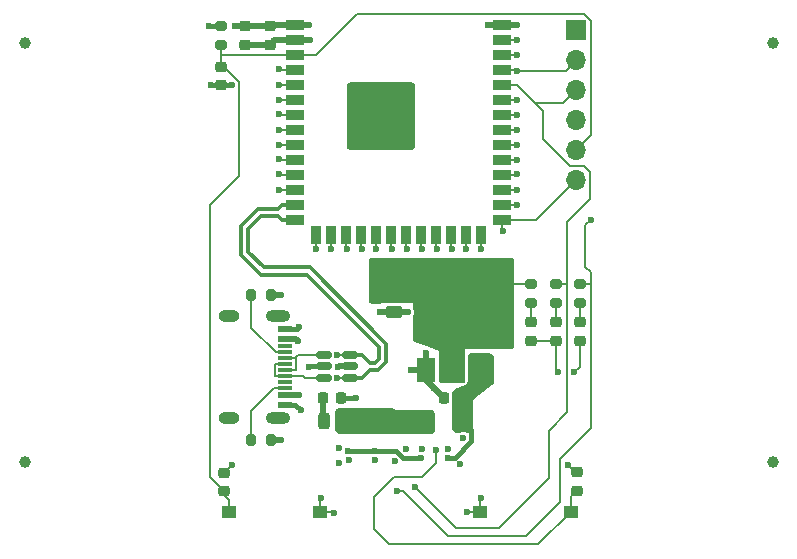
<source format=gbr>
%TF.GenerationSoftware,KiCad,Pcbnew,7.0.5-7.0.5~ubuntu23.04.1*%
%TF.CreationDate,2023-06-30T21:45:36+02:00*%
%TF.ProjectId,ESP32_UniBoard_panelized,45535033-325f-4556-9e69-426f6172645f,rev?*%
%TF.SameCoordinates,Original*%
%TF.FileFunction,Copper,L1,Top*%
%TF.FilePolarity,Positive*%
%FSLAX46Y46*%
G04 Gerber Fmt 4.6, Leading zero omitted, Abs format (unit mm)*
G04 Created by KiCad (PCBNEW 7.0.5-7.0.5~ubuntu23.04.1) date 2023-06-30 21:45:36*
%MOMM*%
%LPD*%
G01*
G04 APERTURE LIST*
G04 Aperture macros list*
%AMRoundRect*
0 Rectangle with rounded corners*
0 $1 Rounding radius*
0 $2 $3 $4 $5 $6 $7 $8 $9 X,Y pos of 4 corners*
0 Add a 4 corners polygon primitive as box body*
4,1,4,$2,$3,$4,$5,$6,$7,$8,$9,$2,$3,0*
0 Add four circle primitives for the rounded corners*
1,1,$1+$1,$2,$3*
1,1,$1+$1,$4,$5*
1,1,$1+$1,$6,$7*
1,1,$1+$1,$8,$9*
0 Add four rect primitives between the rounded corners*
20,1,$1+$1,$2,$3,$4,$5,0*
20,1,$1+$1,$4,$5,$6,$7,0*
20,1,$1+$1,$6,$7,$8,$9,0*
20,1,$1+$1,$8,$9,$2,$3,0*%
G04 Aperture macros list end*
%TA.AperFunction,SMDPad,CuDef*%
%ADD10C,1.000000*%
%TD*%
%TA.AperFunction,SMDPad,CuDef*%
%ADD11R,1.250000X1.000000*%
%TD*%
%TA.AperFunction,SMDPad,CuDef*%
%ADD12RoundRect,0.225000X-0.250000X0.225000X-0.250000X-0.225000X0.250000X-0.225000X0.250000X0.225000X0*%
%TD*%
%TA.AperFunction,SMDPad,CuDef*%
%ADD13RoundRect,0.200000X-0.275000X0.200000X-0.275000X-0.200000X0.275000X-0.200000X0.275000X0.200000X0*%
%TD*%
%TA.AperFunction,SMDPad,CuDef*%
%ADD14RoundRect,0.218750X0.256250X-0.218750X0.256250X0.218750X-0.256250X0.218750X-0.256250X-0.218750X0*%
%TD*%
%TA.AperFunction,ComponentPad*%
%ADD15R,1.700000X1.700000*%
%TD*%
%TA.AperFunction,ComponentPad*%
%ADD16O,1.700000X1.700000*%
%TD*%
%TA.AperFunction,SMDPad,CuDef*%
%ADD17R,1.500000X0.900000*%
%TD*%
%TA.AperFunction,SMDPad,CuDef*%
%ADD18R,0.900000X1.500000*%
%TD*%
%TA.AperFunction,SMDPad,CuDef*%
%ADD19R,0.900000X0.900000*%
%TD*%
%TA.AperFunction,SMDPad,CuDef*%
%ADD20RoundRect,0.243750X-0.243750X-0.456250X0.243750X-0.456250X0.243750X0.456250X-0.243750X0.456250X0*%
%TD*%
%TA.AperFunction,SMDPad,CuDef*%
%ADD21RoundRect,0.200000X-0.200000X-0.275000X0.200000X-0.275000X0.200000X0.275000X-0.200000X0.275000X0*%
%TD*%
%TA.AperFunction,SMDPad,CuDef*%
%ADD22RoundRect,0.225000X0.250000X-0.225000X0.250000X0.225000X-0.250000X0.225000X-0.250000X-0.225000X0*%
%TD*%
%TA.AperFunction,SMDPad,CuDef*%
%ADD23RoundRect,0.225000X0.225000X0.250000X-0.225000X0.250000X-0.225000X-0.250000X0.225000X-0.250000X0*%
%TD*%
%TA.AperFunction,SMDPad,CuDef*%
%ADD24R,1.240000X0.600000*%
%TD*%
%TA.AperFunction,SMDPad,CuDef*%
%ADD25R,1.240000X0.300000*%
%TD*%
%TA.AperFunction,ComponentPad*%
%ADD26O,2.100000X1.000000*%
%TD*%
%TA.AperFunction,ComponentPad*%
%ADD27O,1.800000X1.000000*%
%TD*%
%TA.AperFunction,SMDPad,CuDef*%
%ADD28RoundRect,0.150000X-0.512500X-0.150000X0.512500X-0.150000X0.512500X0.150000X-0.512500X0.150000X0*%
%TD*%
%TA.AperFunction,SMDPad,CuDef*%
%ADD29RoundRect,0.225000X-0.225000X-0.250000X0.225000X-0.250000X0.225000X0.250000X-0.225000X0.250000X0*%
%TD*%
%TA.AperFunction,SMDPad,CuDef*%
%ADD30R,1.500000X2.000000*%
%TD*%
%TA.AperFunction,SMDPad,CuDef*%
%ADD31R,3.800000X2.000000*%
%TD*%
%TA.AperFunction,SMDPad,CuDef*%
%ADD32RoundRect,0.225000X0.225000X0.375000X-0.225000X0.375000X-0.225000X-0.375000X0.225000X-0.375000X0*%
%TD*%
%TA.AperFunction,SMDPad,CuDef*%
%ADD33RoundRect,0.250000X-0.475000X0.250000X-0.475000X-0.250000X0.475000X-0.250000X0.475000X0.250000X0*%
%TD*%
%TA.AperFunction,ViaPad*%
%ADD34C,0.600000*%
%TD*%
%TA.AperFunction,Conductor*%
%ADD35C,0.200000*%
%TD*%
%TA.AperFunction,Conductor*%
%ADD36C,0.400000*%
%TD*%
%TA.AperFunction,Conductor*%
%ADD37C,0.500000*%
%TD*%
%TA.AperFunction,Conductor*%
%ADD38C,0.310000*%
%TD*%
G04 APERTURE END LIST*
D10*
%TO.P,REF\u002A\u002A,*%
%TO.N,*%
X152767300Y-89053200D03*
%TD*%
%TO.P,REF\u002A\u002A,*%
%TO.N,*%
X152767300Y-53553200D03*
%TD*%
%TO.P,REF\u002A\u002A,*%
%TO.N,*%
X89467300Y-89053200D03*
%TD*%
%TO.P,REF\u002A\u002A,*%
%TO.N,*%
X89467300Y-53553200D03*
%TD*%
D11*
%TO.P,SW1,1,1*%
%TO.N,GND*%
X114492300Y-93303200D03*
%TO.P,SW1,2,2*%
%TO.N,/EN*%
X106742300Y-93303200D03*
%TD*%
D12*
%TO.P,C2,1*%
%TO.N,GND*%
X106317300Y-89978200D03*
%TO.P,C2,2*%
%TO.N,/EN*%
X106317300Y-91528200D03*
%TD*%
%TO.P,C5,1*%
%TO.N,GND*%
X136192300Y-89928200D03*
%TO.P,C5,2*%
%TO.N,/BOOT*%
X136192300Y-91478200D03*
%TD*%
D11*
%TO.P,SW2,1,1*%
%TO.N,GND*%
X127967300Y-93253200D03*
%TO.P,SW2,2,2*%
%TO.N,/BOOT*%
X135717300Y-93253200D03*
%TD*%
D13*
%TO.P,R4,1*%
%TO.N,+3V3*%
X132320400Y-73962600D03*
%TO.P,R4,2*%
%TO.N,Net-(D2-A)*%
X132320400Y-75612600D03*
%TD*%
D14*
%TO.P,D2,1,K*%
%TO.N,GND*%
X132320400Y-78792500D03*
%TO.P,D2,2,A*%
%TO.N,Net-(D2-A)*%
X132320400Y-77217500D03*
%TD*%
%TO.P,D4,1,K*%
%TO.N,GND*%
X136423500Y-78792500D03*
%TO.P,D4,2,A*%
%TO.N,Net-(D4-A)*%
X136423500Y-77217500D03*
%TD*%
D13*
%TO.P,R6,1*%
%TO.N,/GPIO1*%
X136423500Y-73962600D03*
%TO.P,R6,2*%
%TO.N,Net-(D4-A)*%
X136423500Y-75612600D03*
%TD*%
D14*
%TO.P,D3,1,K*%
%TO.N,GND*%
X134391500Y-78792500D03*
%TO.P,D3,2,A*%
%TO.N,Net-(D3-A)*%
X134391500Y-77217500D03*
%TD*%
D13*
%TO.P,R5,1*%
%TO.N,/ESP_RX*%
X134391500Y-73962600D03*
%TO.P,R5,2*%
%TO.N,Net-(D3-A)*%
X134391500Y-75612600D03*
%TD*%
D15*
%TO.P,J2,1,Pin_1*%
%TO.N,GND*%
X136117300Y-52500000D03*
D16*
%TO.P,J2,2,Pin_2*%
%TO.N,/ESP_TX*%
X136117300Y-55040000D03*
%TO.P,J2,3,Pin_3*%
%TO.N,/ESP_RX*%
X136117300Y-57580000D03*
%TO.P,J2,4,Pin_4*%
%TO.N,+3V3*%
X136117300Y-60120000D03*
%TO.P,J2,5,Pin_5*%
%TO.N,/EN*%
X136117300Y-62660000D03*
%TO.P,J2,6,Pin_6*%
%TO.N,/BOOT*%
X136117300Y-65200000D03*
%TD*%
D17*
%TO.P,U1,1,GND*%
%TO.N,GND*%
X112367300Y-52043200D03*
%TO.P,U1,2,3V3*%
%TO.N,+3V3*%
X112367300Y-53313200D03*
%TO.P,U1,3,EN*%
%TO.N,/EN*%
X112367300Y-54583200D03*
%TO.P,U1,4,GPIO4/TOUCH4/ADC1_CH3*%
%TO.N,/GPIO4*%
X112367300Y-55853200D03*
%TO.P,U1,5,GPIO5/TOUCH5/ADC1_CH4*%
%TO.N,/GPIO5*%
X112367300Y-57123200D03*
%TO.P,U1,6,GPIO6/TOUCH6/ADC1_CH5*%
%TO.N,/GPIO6*%
X112367300Y-58393200D03*
%TO.P,U1,7,GPIO7/TOUCH7/ADC1_CH6*%
%TO.N,/GPIO7*%
X112367300Y-59663200D03*
%TO.P,U1,8,GPIO15/U0RTS/ADC2_CH4/XTAL_32K_P*%
%TO.N,/GPIO15*%
X112367300Y-60933200D03*
%TO.P,U1,9,GPIO16/U0CTS/ADC2_CH5/XTAL_32K_N*%
%TO.N,/GPIO16*%
X112367300Y-62203200D03*
%TO.P,U1,10,GPIO17/U1TXD/ADC2_CH6*%
%TO.N,/GPIO17*%
X112367300Y-63473200D03*
%TO.P,U1,11,GPIO18/U1RXD/ADC2_CH7/CLK_OUT3*%
%TO.N,/GPIO18*%
X112367300Y-64743200D03*
%TO.P,U1,12,GPIO8/TOUCH8/ADC1_CH7/SUBSPICS1*%
%TO.N,/GPIO8*%
X112367300Y-66013200D03*
%TO.P,U1,13,GPIO19/U1RTS/ADC2_CH8/CLK_OUT2/USB_D-*%
%TO.N,/DPr_N*%
X112367300Y-67283200D03*
%TO.P,U1,14,GPIO20/U1CTS/ADC2_CH9/CLK_OUT1/USB_D+*%
%TO.N,/DPr_P*%
X112367300Y-68553200D03*
D18*
%TO.P,U1,15,GPIO3/TOUCH3/ADC1_CH2*%
%TO.N,/GPIO3*%
X114132300Y-69803200D03*
%TO.P,U1,16,GPIO46*%
%TO.N,/GPIO46*%
X115402300Y-69803200D03*
%TO.P,U1,17,GPIO9/TOUCH9/ADC1_CH8/FSPIHD/SUBSPIHD*%
%TO.N,/GPIO9*%
X116672300Y-69803200D03*
%TO.P,U1,18,GPIO10/TOUCH10/ADC1_CH9/FSPICS0/FSPIIO4/SUBSPICS0*%
%TO.N,/GPIO10*%
X117942300Y-69803200D03*
%TO.P,U1,19,GPIO11/TOUCH11/ADC2_CH0/FSPID/FSPIIO5/SUBSPID*%
%TO.N,/GPIO11*%
X119212300Y-69803200D03*
%TO.P,U1,20,GPIO12/TOUCH12/ADC2_CH1/FSPICLK/FSPIIO6/SUBSPICLK*%
%TO.N,/GPIO12*%
X120482300Y-69803200D03*
%TO.P,U1,21,GPIO13/TOUCH13/ADC2_CH2/FSPIQ/FSPIIO7/SUBSPIQ*%
%TO.N,/GPIO13*%
X121752300Y-69803200D03*
%TO.P,U1,22,GPIO14/TOUCH14/ADC2_CH3/FSPIWP/FSPIDQS/SUBSPIWP*%
%TO.N,/GPIO14*%
X123022300Y-69803200D03*
%TO.P,U1,23,GPIO21*%
%TO.N,/GPIO21*%
X124292300Y-69803200D03*
%TO.P,U1,24,GPIO47/SPICLK_P/SUBSPICLK_P_DIFF*%
%TO.N,/GPIO47*%
X125562300Y-69803200D03*
%TO.P,U1,25,GPIO48/SPICLK_N/SUBSPICLK_N_DIFF*%
%TO.N,/GPIO48*%
X126832300Y-69803200D03*
%TO.P,U1,26,GPIO45*%
%TO.N,/GPIO45*%
X128102300Y-69803200D03*
D17*
%TO.P,U1,27,GPIO0/BOOT*%
%TO.N,/BOOT*%
X129867300Y-68553200D03*
%TO.P,U1,28,SPIIO6/GPIO35/FSPID/SUBSPID*%
%TO.N,/GPIO35*%
X129867300Y-67283200D03*
%TO.P,U1,29,SPIIO7/GPIO36/FSPICLK/SUBSPICLK*%
%TO.N,/GPIO36*%
X129867300Y-66013200D03*
%TO.P,U1,30,SPIDQS/GPIO37/FSPIQ/SUBSPIQ*%
%TO.N,/GPIO37*%
X129867300Y-64743200D03*
%TO.P,U1,31,GPIO38/FSPIWP/SUBSPIWP*%
%TO.N,/GPIO38*%
X129867300Y-63473200D03*
%TO.P,U1,32,MTCK/GPIO39/CLK_OUT3/SUBSPICS1*%
%TO.N,/GPIO39*%
X129867300Y-62203200D03*
%TO.P,U1,33,MTDO/GPIO40/CLK_OUT2*%
%TO.N,/GPIO40*%
X129867300Y-60933200D03*
%TO.P,U1,34,MTDI/GPIO41/CLK_OUT1*%
%TO.N,/GPIO41*%
X129867300Y-59663200D03*
%TO.P,U1,35,MTMS/GPIO42*%
%TO.N,/GPIO42*%
X129867300Y-58393200D03*
%TO.P,U1,36,U0RXD/GPIO44/CLK_OUT2*%
%TO.N,/ESP_RX*%
X129867300Y-57123200D03*
%TO.P,U1,37,U0TXD/GPIO43/CLK_OUT1*%
%TO.N,/ESP_TX*%
X129867300Y-55853200D03*
%TO.P,U1,38,GPIO2/TOUCH2/ADC1_CH1*%
%TO.N,/GPIO2*%
X129867300Y-54583200D03*
%TO.P,U1,39,GPIO1/TOUCH1/ADC1_CH0*%
%TO.N,/GPIO1*%
X129867300Y-53313200D03*
%TO.P,U1,40,GND*%
%TO.N,GND*%
X129867300Y-52043200D03*
D19*
%TO.P,U1,41,GND*%
X118217300Y-58363200D03*
X118217300Y-59763200D03*
X118217300Y-61163200D03*
X119617300Y-58363200D03*
X119617300Y-59763200D03*
X119617300Y-61163200D03*
X121017300Y-58363200D03*
X121017300Y-59763200D03*
X121017300Y-61163200D03*
%TD*%
D20*
%TO.P,F1,1*%
%TO.N,VBUS*%
X114752800Y-85603200D03*
%TO.P,F1,2*%
%TO.N,/VBUS_Fused*%
X116627800Y-85603200D03*
%TD*%
D21*
%TO.P,R2,1*%
%TO.N,/R_CC2*%
X108640100Y-87182800D03*
%TO.P,R2,2*%
%TO.N,GND*%
X110290100Y-87182800D03*
%TD*%
D22*
%TO.P,C4,1*%
%TO.N,+3V3*%
X110195300Y-53712200D03*
%TO.P,C4,2*%
%TO.N,GND*%
X110195300Y-52162200D03*
%TD*%
D13*
%TO.P,R3,1*%
%TO.N,+3V3*%
X106089300Y-52112300D03*
%TO.P,R3,2*%
%TO.N,/EN*%
X106089300Y-53762300D03*
%TD*%
D23*
%TO.P,C8,1*%
%TO.N,+5V*%
X126504800Y-83603200D03*
%TO.P,C8,2*%
%TO.N,GND*%
X124954800Y-83603200D03*
%TD*%
D24*
%TO.P,J1,A1,GND*%
%TO.N,GND*%
X111529500Y-77803200D03*
%TO.P,J1,A4,VBUS*%
%TO.N,VBUS*%
X111529500Y-78603200D03*
D25*
%TO.P,J1,A5,CC1*%
%TO.N,/R_CC1*%
X111529500Y-79753200D03*
%TO.P,J1,A6,D+*%
%TO.N,/D_P*%
X111529500Y-80753200D03*
%TO.P,J1,A7,D-*%
%TO.N,/D_N*%
X111529500Y-81253200D03*
%TO.P,J1,A8,SBU1*%
%TO.N,unconnected-(J1-SBU1-PadA8)*%
X111529500Y-82253200D03*
D24*
%TO.P,J1,A9,VBUS*%
%TO.N,VBUS*%
X111529500Y-83403200D03*
%TO.P,J1,A12,GND*%
%TO.N,GND*%
X111529500Y-84203200D03*
%TO.P,J1,B1,GND*%
X111529500Y-84203200D03*
%TO.P,J1,B4,VBUS*%
%TO.N,VBUS*%
X111529500Y-83403200D03*
D25*
%TO.P,J1,B5,CC2*%
%TO.N,/R_CC2*%
X111529500Y-82753200D03*
%TO.P,J1,B6,D+*%
%TO.N,/D_P*%
X111529500Y-81753200D03*
%TO.P,J1,B7,D-*%
%TO.N,/D_N*%
X111529500Y-80253200D03*
%TO.P,J1,B8,SBU2*%
%TO.N,unconnected-(J1-SBU2-PadB8)*%
X111529500Y-79253200D03*
D24*
%TO.P,J1,B9,VBUS*%
%TO.N,VBUS*%
X111529500Y-78603200D03*
%TO.P,J1,B12,GND*%
%TO.N,GND*%
X111529500Y-77803200D03*
D26*
%TO.P,J1,S1,SHIELD*%
%TO.N,unconnected-(J1-SHIELD-PadS1)*%
X110929500Y-76683200D03*
D27*
X106729500Y-76683200D03*
D26*
X110929500Y-85323200D03*
D27*
X106729500Y-85323200D03*
%TD*%
D28*
%TO.P,U3,1,I/O1*%
%TO.N,/D_N*%
X114752800Y-80003200D03*
%TO.P,U3,2,GND*%
%TO.N,GND*%
X114752800Y-80953200D03*
%TO.P,U3,3,I/O2*%
%TO.N,/D_P*%
X114752800Y-81903200D03*
%TO.P,U3,4,I/O2*%
%TO.N,/DPr_P*%
X117027800Y-81903200D03*
%TO.P,U3,5,VBUS*%
%TO.N,VBUS*%
X117027800Y-80953200D03*
%TO.P,U3,6,I/O1*%
%TO.N,/DPr_N*%
X117027800Y-80003200D03*
%TD*%
D29*
%TO.P,C9,1*%
%TO.N,VBUS*%
X114708900Y-83603200D03*
%TO.P,C9,2*%
%TO.N,GND*%
X116258900Y-83603200D03*
%TD*%
D22*
%TO.P,C3,1*%
%TO.N,+3V3*%
X108117300Y-53712300D03*
%TO.P,C3,2*%
%TO.N,GND*%
X108117300Y-52162300D03*
%TD*%
D30*
%TO.P,U2,1,GND*%
%TO.N,GND*%
X123429800Y-81253200D03*
%TO.P,U2,2,VO*%
%TO.N,+3V3*%
X125729800Y-81253200D03*
D31*
X125729800Y-74953200D03*
D30*
%TO.P,U2,3,VI*%
%TO.N,+5V*%
X128029800Y-81253200D03*
%TD*%
D21*
%TO.P,R1,1*%
%TO.N,/R_CC1*%
X108640100Y-74864600D03*
%TO.P,R1,2*%
%TO.N,GND*%
X110290100Y-74864600D03*
%TD*%
D12*
%TO.P,C1,1*%
%TO.N,/EN*%
X106089300Y-55562300D03*
%TO.P,C1,2*%
%TO.N,GND*%
X106089300Y-57112300D03*
%TD*%
D32*
%TO.P,D1,1,K*%
%TO.N,+5V*%
X126500000Y-85700000D03*
%TO.P,D1,2,A*%
%TO.N,/VBUS_Fused*%
X123200000Y-85700000D03*
%TD*%
D33*
%TO.P,C6,1*%
%TO.N,+3V3*%
X120717300Y-74453200D03*
%TO.P,C6,2*%
%TO.N,GND*%
X120717300Y-76353200D03*
%TD*%
D34*
%TO.N,GND*%
X106967300Y-89303200D03*
X115600000Y-93400000D03*
X114500000Y-92100000D03*
X117467300Y-83603200D03*
X112817300Y-84678200D03*
X128100000Y-92100000D03*
X135467300Y-89303200D03*
X126917300Y-93253700D03*
X123417300Y-79778200D03*
X116100000Y-89100000D03*
X107017300Y-57103200D03*
X126300000Y-89200000D03*
X105192300Y-57128200D03*
X117400000Y-57600000D03*
X111142300Y-52053200D03*
X113542300Y-52028200D03*
X120776591Y-88923409D03*
X113500000Y-81000000D03*
X117517300Y-60503200D03*
X107217300Y-52153200D03*
X117517300Y-59103200D03*
X119492300Y-76328200D03*
X118917300Y-60503200D03*
X109142300Y-52153200D03*
X121717300Y-59103200D03*
X134600000Y-81400000D03*
X136000000Y-81400000D03*
X120317300Y-59103200D03*
X124142300Y-82778200D03*
X131092300Y-52028200D03*
X118917300Y-59103200D03*
X121800000Y-57600000D03*
X121717300Y-60503200D03*
X120317300Y-60503200D03*
X121892300Y-76378200D03*
X118917300Y-57603200D03*
X112642300Y-77653200D03*
X121723409Y-87976591D03*
X121700000Y-61900000D03*
X126600000Y-87000000D03*
X120317300Y-61903200D03*
X120317300Y-57603200D03*
X122167300Y-81253200D03*
X111117300Y-74878200D03*
X111142300Y-87178200D03*
X117500000Y-61900000D03*
X116058732Y-87893467D03*
X118917300Y-61903200D03*
X128667300Y-52028200D03*
%TO.N,+3V3*%
X125300000Y-87930497D03*
X119542300Y-74403200D03*
X126200000Y-77600000D03*
X113567300Y-53303200D03*
X121917300Y-74453200D03*
X128686800Y-75800000D03*
X127500000Y-77600000D03*
X126200000Y-79200000D03*
X123124829Y-87940690D03*
X125000000Y-79200000D03*
X109167300Y-53703200D03*
X125000000Y-73400000D03*
X125000000Y-77600000D03*
X105092300Y-52103200D03*
X111142300Y-53328200D03*
X123400000Y-77600000D03*
X123392300Y-75803200D03*
X119100000Y-88900000D03*
X128686800Y-74128200D03*
X128700000Y-77600000D03*
X116869503Y-88900000D03*
X120742300Y-73453200D03*
X123342300Y-74153200D03*
X126200000Y-73400000D03*
%TO.N,/BOOT*%
X129917300Y-69503200D03*
X124300000Y-88000000D03*
%TO.N,VBUS*%
X114715100Y-84493200D03*
X112715100Y-83393200D03*
X116015100Y-80993200D03*
X112615100Y-78793200D03*
%TO.N,+5V*%
X123000000Y-88700000D03*
X116800000Y-88100000D03*
X119117300Y-88100000D03*
X125300000Y-88700000D03*
%TO.N,/ESP_TX*%
X131117300Y-55903200D03*
%TO.N,/ESP_RX*%
X122474414Y-91125586D03*
%TO.N,/GPIO4*%
X111017300Y-55803200D03*
%TO.N,/GPIO5*%
X111017300Y-57103200D03*
%TO.N,/GPIO6*%
X111017300Y-58403200D03*
%TO.N,/GPIO7*%
X111017300Y-59603200D03*
%TO.N,/GPIO15*%
X111017300Y-60903200D03*
%TO.N,/GPIO16*%
X111017300Y-62203200D03*
%TO.N,/GPIO17*%
X111017300Y-63403200D03*
%TO.N,/GPIO18*%
X111017300Y-64703200D03*
%TO.N,/GPIO8*%
X111017300Y-66003200D03*
%TO.N,/GPIO3*%
X114117300Y-71003200D03*
%TO.N,/GPIO46*%
X115417300Y-71003200D03*
%TO.N,/GPIO9*%
X116717300Y-71003200D03*
%TO.N,/GPIO10*%
X118017300Y-71003200D03*
%TO.N,/GPIO11*%
X119217300Y-71003200D03*
%TO.N,/GPIO12*%
X120517300Y-71003200D03*
%TO.N,/GPIO13*%
X121817300Y-71003200D03*
%TO.N,/GPIO14*%
X123117300Y-71003200D03*
%TO.N,/GPIO21*%
X124317300Y-71003200D03*
%TO.N,/GPIO47*%
X125617300Y-71003200D03*
%TO.N,/GPIO48*%
X126817300Y-71003200D03*
%TO.N,/GPIO45*%
X128117300Y-71003200D03*
%TO.N,/GPIO35*%
X131117300Y-67303200D03*
%TO.N,/GPIO36*%
X131117300Y-66003200D03*
%TO.N,/GPIO37*%
X131117300Y-64703200D03*
%TO.N,/GPIO38*%
X131117300Y-63503200D03*
%TO.N,/GPIO39*%
X131117300Y-62203200D03*
%TO.N,/GPIO40*%
X131117300Y-60903200D03*
%TO.N,/GPIO41*%
X131117300Y-59703200D03*
%TO.N,/GPIO42*%
X131117300Y-58403200D03*
%TO.N,/GPIO2*%
X131117300Y-54603200D03*
%TO.N,/GPIO1*%
X120987800Y-91499068D03*
X131117300Y-53303200D03*
X137358900Y-68558900D03*
%TO.N,/DPr_P*%
X115900000Y-81900000D03*
%TO.N,/DPr_N*%
X115900000Y-80000000D03*
%TD*%
D35*
%TO.N,/EN*%
X106317300Y-91528200D02*
X105117300Y-90328200D01*
X105117300Y-90328200D02*
X105117300Y-67303200D01*
X105117300Y-67303200D02*
X107617300Y-64803200D01*
X107617300Y-64803200D02*
X107617300Y-56854671D01*
X107617300Y-56854671D02*
X106324929Y-55562300D01*
X106324929Y-55562300D02*
X106089300Y-55562300D01*
%TO.N,GND*%
X106317300Y-89978200D02*
X106317300Y-89953200D01*
X114492300Y-93303200D02*
X115503200Y-93303200D01*
X114492300Y-92107700D02*
X114500000Y-92100000D01*
X106317300Y-89953200D02*
X106967300Y-89303200D01*
X114492300Y-93303200D02*
X114492300Y-92107700D01*
%TO.N,/EN*%
X106317300Y-91528200D02*
X106317300Y-91878200D01*
X106742300Y-92303200D02*
X106742300Y-93303200D01*
%TO.N,GND*%
X115503200Y-93303200D02*
X115600000Y-93400000D01*
%TO.N,/EN*%
X106317300Y-91878200D02*
X106742300Y-92303200D01*
%TO.N,/BOOT*%
X135717300Y-91953200D02*
X135717300Y-93253200D01*
D36*
%TO.N,GND*%
X111754500Y-84203200D02*
X112342300Y-84203200D01*
X112342300Y-84203200D02*
X112817300Y-84678200D01*
D35*
X127967300Y-92232700D02*
X128100000Y-92100000D01*
X126917800Y-93253200D02*
X126917300Y-93253700D01*
X136092300Y-89928200D02*
X135467300Y-89303200D01*
X127967300Y-93253200D02*
X126917800Y-93253200D01*
%TO.N,Net-(D3-A)*%
X134391500Y-75612600D02*
X134391500Y-77217500D01*
D36*
%TO.N,GND*%
X116483900Y-83603200D02*
X117467300Y-83603200D01*
D35*
%TO.N,Net-(D4-A)*%
X136423500Y-75612600D02*
X136423500Y-77217500D01*
%TO.N,Net-(D2-A)*%
X132320400Y-75612600D02*
X132320400Y-77217500D01*
%TO.N,GND*%
X127967300Y-93253200D02*
X127967300Y-92232700D01*
%TO.N,/BOOT*%
X136192300Y-91478200D02*
X135717300Y-91953200D01*
%TO.N,GND*%
X136192300Y-89928200D02*
X136092300Y-89928200D01*
%TO.N,/EN*%
X112367300Y-54583200D02*
X106094300Y-54583200D01*
X106089300Y-53762300D02*
X106089300Y-55562300D01*
X136800000Y-51100000D02*
X137400000Y-51700000D01*
X137400000Y-61377300D02*
X136117300Y-62660000D01*
X117600000Y-51100000D02*
X136800000Y-51100000D01*
X114116800Y-54583200D02*
X117600000Y-51100000D01*
X112367300Y-54583200D02*
X114116800Y-54583200D01*
X137400000Y-51700000D02*
X137400000Y-61377300D01*
D36*
%TO.N,GND*%
X106089300Y-57112300D02*
X105208200Y-57112300D01*
D37*
X119517300Y-76353200D02*
X119492300Y-76328200D01*
X121867300Y-76353200D02*
X121892300Y-76378200D01*
X129867300Y-52043200D02*
X131077300Y-52043200D01*
X108117300Y-52162300D02*
X107226400Y-52162300D01*
X112367300Y-52043200D02*
X113527300Y-52043200D01*
D35*
X132320400Y-78792500D02*
X134391500Y-78792500D01*
D37*
X111103700Y-74864600D02*
X111117300Y-74878200D01*
D36*
X106089300Y-57112300D02*
X107008200Y-57112300D01*
D37*
X123429800Y-81253200D02*
X122167300Y-81253200D01*
D36*
X113527300Y-52043200D02*
X113542300Y-52028200D01*
X110195200Y-52162300D02*
X110195300Y-52162200D01*
X112492300Y-77803200D02*
X112642300Y-77653200D01*
D37*
X120717300Y-76353200D02*
X119517300Y-76353200D01*
D36*
X114752800Y-80953200D02*
X113546800Y-80953200D01*
D37*
X123429800Y-81253200D02*
X123429800Y-79790700D01*
D35*
X136423500Y-80976500D02*
X136000000Y-81400000D01*
D37*
X110290100Y-87182800D02*
X111137700Y-87182800D01*
D35*
X134391500Y-81191500D02*
X134600000Y-81400000D01*
D36*
X110195300Y-52162200D02*
X110304300Y-52053200D01*
D37*
X120717300Y-76353200D02*
X121867300Y-76353200D01*
X107226400Y-52162300D02*
X107217300Y-52153200D01*
X110304300Y-52053200D02*
X111142300Y-52053200D01*
X124129800Y-82778200D02*
X124142300Y-82778200D01*
D35*
X134391500Y-78792500D02*
X134391500Y-81191500D01*
D37*
X124142300Y-82778200D02*
X124142300Y-82790700D01*
D35*
X136423500Y-78792500D02*
X136423500Y-80976500D01*
D37*
X124142300Y-82790700D02*
X124954800Y-83603200D01*
X123429800Y-79790700D02*
X123417300Y-79778200D01*
X109151400Y-52162300D02*
X110195200Y-52162300D01*
X108117300Y-52162300D02*
X109133200Y-52162300D01*
X110290100Y-74864600D02*
X111103700Y-74864600D01*
X123429800Y-82078200D02*
X124129800Y-82778200D01*
D36*
X113546800Y-80953200D02*
X113500000Y-81000000D01*
X107008200Y-57112300D02*
X107017300Y-57103200D01*
D37*
X111142300Y-52053200D02*
X112357300Y-52053200D01*
D36*
X109142300Y-52153200D02*
X109151400Y-52162300D01*
X109133200Y-52162300D02*
X109142300Y-52153200D01*
D37*
X111137700Y-87182800D02*
X111142300Y-87178200D01*
X128682300Y-52043200D02*
X128667300Y-52028200D01*
X123429800Y-81253200D02*
X123429800Y-82078200D01*
X131077300Y-52043200D02*
X131092300Y-52028200D01*
X129867300Y-52043200D02*
X128682300Y-52043200D01*
D36*
X105208200Y-57112300D02*
X105192300Y-57128200D01*
X112357300Y-52053200D02*
X112367300Y-52043200D01*
X111529500Y-77803200D02*
X112492300Y-77803200D01*
D37*
%TO.N,+3V3*%
X111127300Y-53313200D02*
X110594300Y-53313200D01*
D35*
X130637400Y-73962600D02*
X132320400Y-73962600D01*
D36*
X106089300Y-52112300D02*
X105101400Y-52112300D01*
D35*
X129646800Y-74953200D02*
X130637400Y-73962600D01*
D36*
X111157300Y-53313200D02*
X111142300Y-53328200D01*
D37*
X112367300Y-53313200D02*
X111157300Y-53313200D01*
D36*
X105101400Y-52112300D02*
X105092300Y-52103200D01*
D37*
X112367300Y-53313200D02*
X113557300Y-53313200D01*
D35*
X125729800Y-74953200D02*
X129646800Y-74953200D01*
D37*
X110594300Y-53313200D02*
X110195300Y-53712200D01*
X113557300Y-53313200D02*
X113567300Y-53303200D01*
D36*
X111142300Y-53328200D02*
X111127300Y-53313200D01*
D37*
X108117300Y-53712300D02*
X109133200Y-53712300D01*
D36*
X109167300Y-53678200D02*
X109201400Y-53712300D01*
X109133200Y-53712300D02*
X109167300Y-53678200D01*
X110195200Y-53712300D02*
X110195300Y-53712200D01*
D37*
X109201400Y-53712300D02*
X110195200Y-53712300D01*
D35*
%TO.N,/BOOT*%
X129867300Y-69453200D02*
X129917300Y-69503200D01*
X132940500Y-96030000D02*
X135717300Y-93253200D01*
X129867300Y-68553200D02*
X129867300Y-69453200D01*
X123100000Y-90300000D02*
X120700000Y-90300000D01*
X120700000Y-90300000D02*
X119000000Y-92000000D01*
X129867300Y-68553200D02*
X132764100Y-68553200D01*
X124300000Y-88000000D02*
X124300000Y-89100000D01*
X124300000Y-89100000D02*
X123100000Y-90300000D01*
X119000000Y-92000000D02*
X119000000Y-94700000D01*
X120330000Y-96030000D02*
X132940500Y-96030000D01*
X132764100Y-68553200D02*
X136117300Y-65200000D01*
X119000000Y-94700000D02*
X120330000Y-96030000D01*
D37*
%TO.N,VBUS*%
X117027800Y-80953200D02*
X116055100Y-80953200D01*
X114708900Y-84499400D02*
X114708900Y-85559300D01*
X114708900Y-84487000D02*
X114715100Y-84493200D01*
X111529500Y-78603200D02*
X112425100Y-78603200D01*
X114715100Y-84493200D02*
X114708900Y-84499400D01*
X116055100Y-80953200D02*
X116015100Y-80993200D01*
X114708900Y-85559300D02*
X114752800Y-85603200D01*
X112705100Y-83403200D02*
X112715100Y-83393200D01*
X111529500Y-83403200D02*
X112705100Y-83403200D01*
X114708900Y-83603200D02*
X114708900Y-84487000D01*
X112425100Y-78603200D02*
X112615100Y-78793200D01*
D36*
%TO.N,+5V*%
X127270000Y-87277524D02*
X127270000Y-86318400D01*
X121500000Y-88700000D02*
X123000000Y-88700000D01*
X120900000Y-88100000D02*
X121500000Y-88700000D01*
X125300000Y-88700000D02*
X125847524Y-88700000D01*
X119117300Y-88100000D02*
X120900000Y-88100000D01*
X125847524Y-88700000D02*
X127270000Y-87277524D01*
X127270000Y-86318400D02*
X126554800Y-85603200D01*
X119117300Y-88100000D02*
X116800000Y-88100000D01*
D35*
%TO.N,/ESP_TX*%
X135257300Y-55900000D02*
X136117300Y-55040000D01*
X131117300Y-55903200D02*
X131120500Y-55900000D01*
X131067300Y-55853200D02*
X131117300Y-55903200D01*
X131120500Y-55900000D02*
X135257300Y-55900000D01*
X129867300Y-55853200D02*
X131067300Y-55853200D01*
%TO.N,/ESP_RX*%
X135400000Y-74000000D02*
X135400000Y-68700000D01*
X135400000Y-68700000D02*
X137300000Y-66800000D01*
X137300000Y-66800000D02*
X137300000Y-64499999D01*
X136800001Y-64000000D02*
X135600000Y-64000000D01*
X129600000Y-94600000D02*
X133800000Y-90400000D01*
X134391500Y-73962600D02*
X135362600Y-73962600D01*
X133800000Y-86400000D02*
X135400000Y-84800000D01*
X137300000Y-64499999D02*
X136800001Y-64000000D01*
X135400000Y-84800000D02*
X135400000Y-74000000D01*
X125948828Y-94600000D02*
X129600000Y-94600000D01*
X129867300Y-57123200D02*
X131137300Y-57123200D01*
X122474414Y-91125586D02*
X125948828Y-94600000D01*
X135054350Y-58642950D02*
X132657050Y-58642950D01*
X135600000Y-64000000D02*
X133300000Y-61700000D01*
X133300000Y-61700000D02*
X133300000Y-59285900D01*
X131137300Y-57123200D02*
X133300000Y-59285900D01*
X133800000Y-90400000D02*
X133800000Y-86400000D01*
X135362600Y-73962600D02*
X135400000Y-74000000D01*
X136117300Y-57580000D02*
X135054350Y-58642950D01*
%TO.N,/GPIO4*%
X111067300Y-55853200D02*
X111017300Y-55803200D01*
X112367300Y-55853200D02*
X111067300Y-55853200D01*
%TO.N,/GPIO5*%
X112367300Y-57123200D02*
X111037300Y-57123200D01*
X111037300Y-57123200D02*
X111017300Y-57103200D01*
%TO.N,/GPIO6*%
X112367300Y-58393200D02*
X111027300Y-58393200D01*
X111027300Y-58393200D02*
X111017300Y-58403200D01*
%TO.N,/GPIO7*%
X112367300Y-59663200D02*
X111077300Y-59663200D01*
X111077300Y-59663200D02*
X111017300Y-59603200D01*
%TO.N,/GPIO15*%
X112367300Y-60933200D02*
X111047300Y-60933200D01*
X111047300Y-60933200D02*
X111017300Y-60903200D01*
%TO.N,/GPIO16*%
X112367300Y-62203200D02*
X111017300Y-62203200D01*
%TO.N,/GPIO17*%
X112367300Y-63473200D02*
X111087300Y-63473200D01*
X111087300Y-63473200D02*
X111017300Y-63403200D01*
%TO.N,/GPIO18*%
X112367300Y-64743200D02*
X111057300Y-64743200D01*
X111057300Y-64743200D02*
X111017300Y-64703200D01*
%TO.N,/GPIO8*%
X112367300Y-66013200D02*
X111027300Y-66013200D01*
X111027300Y-66013200D02*
X111017300Y-66003200D01*
%TO.N,/D_P*%
X110709500Y-81753200D02*
X110679500Y-81723200D01*
X111529500Y-81753200D02*
X110709500Y-81753200D01*
X113167300Y-81903200D02*
X114752800Y-81903200D01*
X111529500Y-81753200D02*
X113017300Y-81753200D01*
X110709500Y-80753200D02*
X111529500Y-80753200D01*
X110679500Y-81723200D02*
X110679500Y-80783200D01*
X113017300Y-81753200D02*
X113167300Y-81903200D01*
X110679500Y-80783200D02*
X110709500Y-80753200D01*
%TO.N,/D_N*%
X112349500Y-81253200D02*
X111529500Y-81253200D01*
X111529500Y-80253200D02*
X112349500Y-80253200D01*
X112599500Y-80003200D02*
X114752800Y-80003200D01*
X112349500Y-80253200D02*
X112379500Y-80283200D01*
X112379500Y-80283200D02*
X112379500Y-81223200D01*
X112349500Y-80253200D02*
X112599500Y-80003200D01*
X112379500Y-81223200D02*
X112349500Y-81253200D01*
%TO.N,/GPIO3*%
X114132300Y-69803200D02*
X114132300Y-70988200D01*
X114132300Y-70988200D02*
X114117300Y-71003200D01*
%TO.N,/GPIO46*%
X115402300Y-70988200D02*
X115417300Y-71003200D01*
X115402300Y-69803200D02*
X115402300Y-70988200D01*
%TO.N,/GPIO9*%
X116672300Y-70958200D02*
X116717300Y-71003200D01*
X116672300Y-69803200D02*
X116672300Y-70958200D01*
%TO.N,/GPIO10*%
X117942300Y-69803200D02*
X117942300Y-70928200D01*
X117942300Y-70928200D02*
X118017300Y-71003200D01*
%TO.N,/GPIO11*%
X119212300Y-70998200D02*
X119217300Y-71003200D01*
X119212300Y-69803200D02*
X119212300Y-70998200D01*
%TO.N,/GPIO12*%
X120482300Y-69803200D02*
X120482300Y-70968200D01*
X120482300Y-70968200D02*
X120517300Y-71003200D01*
%TO.N,/GPIO13*%
X121752300Y-70938200D02*
X121817300Y-71003200D01*
X121752300Y-69803200D02*
X121752300Y-70938200D01*
%TO.N,/GPIO14*%
X123022300Y-70908200D02*
X123117300Y-71003200D01*
X123022300Y-69803200D02*
X123022300Y-70908200D01*
%TO.N,/GPIO21*%
X124292300Y-70978200D02*
X124317300Y-71003200D01*
X124292300Y-69803200D02*
X124292300Y-70978200D01*
%TO.N,/GPIO47*%
X125562300Y-69803200D02*
X125562300Y-70948200D01*
X125562300Y-70948200D02*
X125617300Y-71003200D01*
%TO.N,/GPIO48*%
X126832300Y-69803200D02*
X126832300Y-70988200D01*
X126832300Y-70988200D02*
X126817300Y-71003200D01*
%TO.N,/GPIO45*%
X128102300Y-69803200D02*
X128102300Y-70988200D01*
X128102300Y-70988200D02*
X128117300Y-71003200D01*
%TO.N,/GPIO35*%
X129867300Y-67283200D02*
X131097300Y-67283200D01*
X131097300Y-67283200D02*
X131117300Y-67303200D01*
%TO.N,/GPIO36*%
X129867300Y-66013200D02*
X131107300Y-66013200D01*
X131107300Y-66013200D02*
X131117300Y-66003200D01*
%TO.N,/GPIO37*%
X131077300Y-64743200D02*
X131117300Y-64703200D01*
X129867300Y-64743200D02*
X131077300Y-64743200D01*
%TO.N,/GPIO38*%
X131087300Y-63473200D02*
X131117300Y-63503200D01*
X129867300Y-63473200D02*
X131087300Y-63473200D01*
%TO.N,/GPIO39*%
X129867300Y-62203200D02*
X131117300Y-62203200D01*
%TO.N,/GPIO40*%
X129867300Y-60933200D02*
X131087300Y-60933200D01*
X131087300Y-60933200D02*
X131117300Y-60903200D01*
%TO.N,/GPIO41*%
X131077300Y-59663200D02*
X131117300Y-59703200D01*
X129867300Y-59663200D02*
X131077300Y-59663200D01*
%TO.N,/GPIO42*%
X129867300Y-58393200D02*
X131107300Y-58393200D01*
X131107300Y-58393200D02*
X131117300Y-58403200D01*
%TO.N,/GPIO2*%
X131097300Y-54583200D02*
X131117300Y-54603200D01*
X129867300Y-54583200D02*
X131097300Y-54583200D01*
%TO.N,/GPIO1*%
X136900000Y-69017800D02*
X136900000Y-72500000D01*
X137400000Y-73000000D02*
X137400000Y-74100000D01*
X137400000Y-86200000D02*
X137400000Y-74100000D01*
X125268263Y-95300000D02*
X131900000Y-95300000D01*
X120987800Y-91499068D02*
X121467331Y-91499068D01*
X134800000Y-92400000D02*
X134800000Y-88800000D01*
X136423500Y-73962600D02*
X137262600Y-73962600D01*
X137262600Y-73962600D02*
X137400000Y-74100000D01*
X131107300Y-53313200D02*
X131117300Y-53303200D01*
X121467331Y-91499068D02*
X125268263Y-95300000D01*
X129867300Y-53313200D02*
X131107300Y-53313200D01*
X131900000Y-95300000D02*
X134800000Y-92400000D01*
X134800000Y-88800000D02*
X137400000Y-86200000D01*
X137358900Y-68558900D02*
X136900000Y-69017800D01*
X136900000Y-72500000D02*
X137400000Y-73000000D01*
%TO.N,/R_CC1*%
X108640100Y-77683800D02*
X108640100Y-74864600D01*
X110709500Y-79753200D02*
X108640100Y-77683800D01*
X111529500Y-79753200D02*
X110709500Y-79753200D01*
%TO.N,/R_CC2*%
X108640100Y-84708006D02*
X108640100Y-87182800D01*
X110594906Y-82753200D02*
X108640100Y-84708006D01*
X111529500Y-82753200D02*
X110594906Y-82753200D01*
D38*
%TO.N,/DPr_P*%
X112417300Y-72573200D02*
X109718636Y-72573200D01*
X111242299Y-68553200D02*
X112367300Y-68553200D01*
X118666551Y-81258200D02*
X119343636Y-81258200D01*
X119343636Y-81258200D02*
X120047300Y-80554536D01*
X108372300Y-69329536D02*
X109478636Y-68223200D01*
X120047300Y-80554536D02*
X120047300Y-79026864D01*
X109478636Y-68223200D02*
X110912299Y-68223200D01*
X117027800Y-81903200D02*
X118021551Y-81903200D01*
X113593636Y-72573200D02*
X112417300Y-72573200D01*
X118021551Y-81903200D02*
X118666551Y-81258200D01*
D35*
X115900000Y-81900000D02*
X117024600Y-81900000D01*
D38*
X109718636Y-72573200D02*
X108372300Y-71226864D01*
X120047300Y-79026864D02*
X113593636Y-72573200D01*
X110912299Y-68223200D02*
X111242299Y-68553200D01*
X108372300Y-71226864D02*
X108372300Y-69329536D01*
D35*
X117024600Y-81900000D02*
X117027800Y-81903200D01*
D38*
%TO.N,/DPr_N*%
X119437300Y-79279536D02*
X113340964Y-73183200D01*
D35*
X115900000Y-80000000D02*
X117024600Y-80000000D01*
D38*
X107762300Y-71479536D02*
X107762300Y-69076864D01*
X119437300Y-80301864D02*
X119437300Y-79279536D01*
X113340964Y-73183200D02*
X109465964Y-73183200D01*
D35*
X117024600Y-80000000D02*
X117027800Y-80003200D01*
D38*
X109465964Y-73183200D02*
X107762300Y-71479536D01*
X107762300Y-69076864D02*
X109225964Y-67613200D01*
X117027800Y-80003200D02*
X118021551Y-80003200D01*
X111242299Y-67283200D02*
X112367300Y-67283200D01*
X109225964Y-67613200D02*
X110912299Y-67613200D01*
X118666551Y-80648200D02*
X119090964Y-80648200D01*
X118021551Y-80003200D02*
X118666551Y-80648200D01*
X119090964Y-80648200D02*
X119437300Y-80301864D01*
X110912299Y-67613200D02*
X111242299Y-67283200D01*
%TD*%
%TA.AperFunction,Conductor*%
%TO.N,/VBUS_Fused*%
G36*
X120455777Y-84500122D02*
G01*
X120512884Y-84503731D01*
X120520639Y-84504715D01*
X120576848Y-84515489D01*
X120580636Y-84516340D01*
X120717300Y-84551600D01*
X120917300Y-84603200D01*
X123713233Y-84603200D01*
X123721331Y-84603730D01*
X123813179Y-84615822D01*
X123830523Y-84618106D01*
X123861791Y-84626484D01*
X123952218Y-84663940D01*
X123980252Y-84680125D01*
X124057902Y-84739709D01*
X124080791Y-84762598D01*
X124140374Y-84840248D01*
X124156559Y-84868281D01*
X124194015Y-84958708D01*
X124202393Y-84989975D01*
X124216769Y-85099164D01*
X124217300Y-85107265D01*
X124217300Y-86199134D01*
X124216769Y-86207235D01*
X124202393Y-86316424D01*
X124194015Y-86347691D01*
X124156559Y-86438118D01*
X124140374Y-86466151D01*
X124080791Y-86543801D01*
X124057901Y-86566691D01*
X123980251Y-86626274D01*
X123952218Y-86642459D01*
X123861791Y-86679915D01*
X123830524Y-86688293D01*
X123742083Y-86699937D01*
X123721331Y-86702669D01*
X123713234Y-86703200D01*
X116221366Y-86703200D01*
X116213268Y-86702669D01*
X116189757Y-86699574D01*
X116104075Y-86688293D01*
X116072808Y-86679915D01*
X115982381Y-86642459D01*
X115954348Y-86626274D01*
X115876698Y-86566691D01*
X115853808Y-86543801D01*
X115794225Y-86466151D01*
X115778040Y-86438118D01*
X115740584Y-86347691D01*
X115732206Y-86316424D01*
X115717828Y-86207216D01*
X115717300Y-86199149D01*
X115717300Y-84851106D01*
X115718827Y-84831708D01*
X115730934Y-84755266D01*
X115742920Y-84718372D01*
X115773578Y-84658203D01*
X115796377Y-84626824D01*
X115844124Y-84579077D01*
X115875503Y-84556278D01*
X115935672Y-84525620D01*
X115972565Y-84513634D01*
X116035094Y-84503731D01*
X116049010Y-84501527D01*
X116068407Y-84500000D01*
X120451882Y-84500000D01*
X120455777Y-84500122D01*
G37*
%TD.AperFunction*%
%TD*%
%TA.AperFunction,Conductor*%
%TO.N,+5V*%
G36*
X128715272Y-79808913D02*
G01*
X128829446Y-79822824D01*
X128854625Y-79829334D01*
X128952094Y-79868809D01*
X128974711Y-79881657D01*
X129058529Y-79945158D01*
X129077020Y-79963455D01*
X129083077Y-79971277D01*
X129141399Y-80046598D01*
X129154486Y-80069083D01*
X129194980Y-80166122D01*
X129201758Y-80191239D01*
X129216870Y-80305250D01*
X129217300Y-80311762D01*
X129217300Y-82151138D01*
X129216164Y-82166092D01*
X129196769Y-82293017D01*
X129187838Y-82321559D01*
X129134768Y-82430068D01*
X129117721Y-82454641D01*
X129029440Y-82547873D01*
X129018334Y-82557950D01*
X127610330Y-83653065D01*
X127610328Y-83653066D01*
X127417300Y-83803200D01*
X127417299Y-84047742D01*
X127417300Y-84047742D01*
X127417300Y-84047743D01*
X127417300Y-86099952D01*
X127416876Y-86106420D01*
X127401964Y-86219687D01*
X127395275Y-86244651D01*
X127355301Y-86341157D01*
X127342379Y-86363539D01*
X127278787Y-86446413D01*
X127260513Y-86464687D01*
X127177639Y-86528279D01*
X127155257Y-86541201D01*
X127058751Y-86581175D01*
X127033786Y-86587864D01*
X126945791Y-86599448D01*
X126885631Y-86588297D01*
X126879347Y-86584579D01*
X126810057Y-86540049D01*
X126810054Y-86540047D01*
X126810053Y-86540047D01*
X126810050Y-86540046D01*
X126671964Y-86499500D01*
X126671961Y-86499500D01*
X126528039Y-86499500D01*
X126528035Y-86499500D01*
X126389949Y-86540046D01*
X126389942Y-86540049D01*
X126316133Y-86587484D01*
X126262610Y-86603200D01*
X126120547Y-86603200D01*
X126114079Y-86602776D01*
X126000812Y-86587864D01*
X125975848Y-86581175D01*
X125879342Y-86541201D01*
X125856960Y-86528279D01*
X125819455Y-86499500D01*
X125774083Y-86464684D01*
X125755815Y-86446416D01*
X125692218Y-86363536D01*
X125679300Y-86341160D01*
X125639323Y-86244647D01*
X125632636Y-86219689D01*
X125617724Y-86106419D01*
X125617300Y-86099952D01*
X125617300Y-83318513D01*
X125617781Y-83311626D01*
X125634681Y-83191194D01*
X125642252Y-83164746D01*
X125687414Y-83063139D01*
X125701970Y-83039802D01*
X125773353Y-82954551D01*
X125793770Y-82936120D01*
X125894510Y-82867956D01*
X125900467Y-82864505D01*
X126458644Y-82591112D01*
X126503300Y-82581027D01*
X126534767Y-82581381D01*
X126544870Y-82580997D01*
X126574306Y-82578426D01*
X126584315Y-82577053D01*
X126637119Y-82567146D01*
X126675856Y-82555848D01*
X126711755Y-82541421D01*
X126747537Y-82522772D01*
X126779944Y-82501596D01*
X126811392Y-82476315D01*
X126839021Y-82449230D01*
X126864924Y-82418288D01*
X126886739Y-82386309D01*
X126906095Y-82350905D01*
X126921233Y-82315298D01*
X126933299Y-82276790D01*
X126944253Y-82224190D01*
X126945825Y-82214203D01*
X126948978Y-82184824D01*
X126949562Y-82174737D01*
X126968020Y-80033531D01*
X126987427Y-79975509D01*
X127006257Y-79956226D01*
X127079056Y-79899652D01*
X127101177Y-79886673D01*
X127196741Y-79846201D01*
X127221473Y-79839341D01*
X127333840Y-79823443D01*
X127340259Y-79822958D01*
X127376226Y-79822579D01*
X128378437Y-79812030D01*
X128708777Y-79808553D01*
X128715272Y-79808913D01*
G37*
%TD.AperFunction*%
%TD*%
%TA.AperFunction,Conductor*%
%TO.N,GND*%
G36*
X122211971Y-56902381D02*
G01*
X122290618Y-56918024D01*
X122335308Y-56936535D01*
X122391626Y-56974166D01*
X122425833Y-57008373D01*
X122463462Y-57064688D01*
X122481976Y-57109387D01*
X122497617Y-57188019D01*
X122500000Y-57212210D01*
X122500000Y-62287789D01*
X122497617Y-62311980D01*
X122481976Y-62390612D01*
X122463462Y-62435311D01*
X122425836Y-62491623D01*
X122391623Y-62525836D01*
X122335311Y-62563462D01*
X122290612Y-62581976D01*
X122211980Y-62597617D01*
X122187789Y-62600000D01*
X117012211Y-62600000D01*
X116988020Y-62597617D01*
X116909387Y-62581976D01*
X116864689Y-62563462D01*
X116808373Y-62525833D01*
X116774166Y-62491626D01*
X116736535Y-62435308D01*
X116718024Y-62390618D01*
X116702381Y-62311971D01*
X116700000Y-62287789D01*
X116700000Y-57212210D01*
X116702381Y-57188029D01*
X116718025Y-57109379D01*
X116736534Y-57064693D01*
X116774168Y-57008370D01*
X116808370Y-56974168D01*
X116864693Y-56936534D01*
X116909379Y-56918025D01*
X116988028Y-56902381D01*
X117012211Y-56900000D01*
X122187789Y-56900000D01*
X122211971Y-56902381D01*
G37*
%TD.AperFunction*%
%TD*%
%TA.AperFunction,Conductor*%
%TO.N,+3V3*%
G36*
X130709111Y-71746670D02*
G01*
X130756863Y-71756068D01*
X130792626Y-71770808D01*
X130816971Y-71787024D01*
X130824843Y-71792267D01*
X130852226Y-71819586D01*
X130873760Y-71851753D01*
X130888584Y-71887481D01*
X130898092Y-71935207D01*
X130900000Y-71954550D01*
X130900000Y-79268448D01*
X130898097Y-79287763D01*
X130888616Y-79335424D01*
X130873835Y-79371110D01*
X130852362Y-79403247D01*
X130825047Y-79430562D01*
X130792910Y-79452035D01*
X130757224Y-79466816D01*
X130709563Y-79476297D01*
X130690248Y-79478200D01*
X126767300Y-79478200D01*
X126765590Y-79676474D01*
X126765590Y-79676477D01*
X126744113Y-82167914D01*
X126742038Y-82187244D01*
X126732115Y-82234896D01*
X126716977Y-82270503D01*
X126695162Y-82302482D01*
X126667533Y-82329567D01*
X126635126Y-82350743D01*
X126599227Y-82365170D01*
X126551388Y-82374145D01*
X126532021Y-82375837D01*
X126013039Y-82370005D01*
X125545387Y-82364751D01*
X124727987Y-82355566D01*
X124702588Y-82351956D01*
X124641372Y-82334938D01*
X124597492Y-82309163D01*
X124562232Y-82273504D01*
X124536955Y-82229340D01*
X124520626Y-82167941D01*
X124517300Y-82142497D01*
X124517300Y-79766612D01*
X124517300Y-79628200D01*
X124387763Y-79579435D01*
X124078405Y-79462976D01*
X123470482Y-79234120D01*
X122455072Y-78851864D01*
X122437326Y-78843065D01*
X122395326Y-78816701D01*
X122366776Y-78789511D01*
X122344212Y-78757177D01*
X122328540Y-78720998D01*
X122318287Y-78672487D01*
X122316150Y-78652788D01*
X122300951Y-76707441D01*
X122315197Y-76658225D01*
X122314736Y-76658015D01*
X122316163Y-76654888D01*
X122316670Y-76653140D01*
X122317674Y-76651575D01*
X122317677Y-76651573D01*
X122317679Y-76651569D01*
X122377465Y-76520658D01*
X122377465Y-76520656D01*
X122397947Y-76378202D01*
X122397947Y-76378197D01*
X122377465Y-76235743D01*
X122377465Y-76235742D01*
X122317677Y-76104827D01*
X122317676Y-76104826D01*
X122317676Y-76104825D01*
X122313849Y-76098870D01*
X122315790Y-76097622D01*
X122296123Y-76051073D01*
X122295763Y-76043401D01*
X122293862Y-75799956D01*
X122292300Y-75600000D01*
X121582572Y-75605409D01*
X120469912Y-75613889D01*
X118803621Y-75626589D01*
X118784199Y-75624816D01*
X118736257Y-75615611D01*
X118700317Y-75600965D01*
X118667927Y-75579546D01*
X118640378Y-75552207D01*
X118618709Y-75519977D01*
X118603790Y-75484149D01*
X118594221Y-75436279D01*
X118592300Y-75416873D01*
X118592300Y-71985619D01*
X118595663Y-71960034D01*
X118612172Y-71898324D01*
X118637722Y-71853989D01*
X118673324Y-71818303D01*
X118717597Y-71792651D01*
X118779274Y-71775996D01*
X118804842Y-71772574D01*
X122449611Y-71764059D01*
X130689776Y-71744808D01*
X130709111Y-71746670D01*
G37*
%TD.AperFunction*%
%TD*%
M02*

</source>
